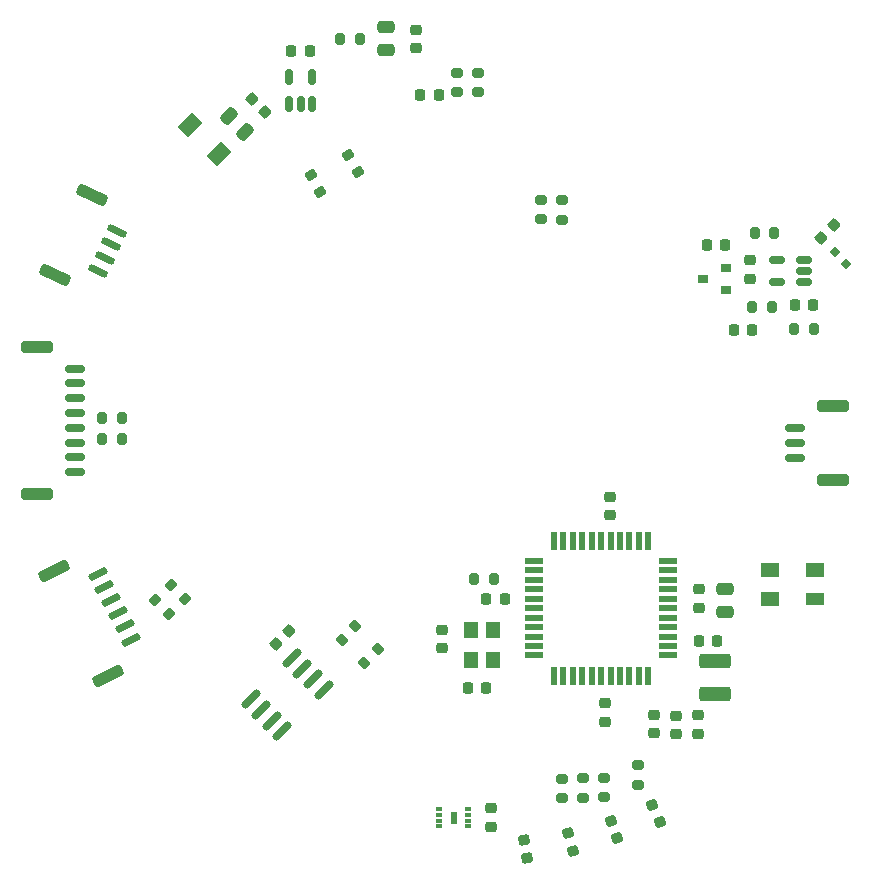
<source format=gbr>
%TF.GenerationSoftware,KiCad,Pcbnew,6.0.4-6f826c9f35~116~ubuntu20.04.1*%
%TF.CreationDate,2023-02-08T16:25:57+00:00*%
%TF.ProjectId,USTTHUNDERMILLPCB01,55535454-4855-44e4-9445-524d494c4c50,rev?*%
%TF.SameCoordinates,Original*%
%TF.FileFunction,Paste,Top*%
%TF.FilePolarity,Positive*%
%FSLAX46Y46*%
G04 Gerber Fmt 4.6, Leading zero omitted, Abs format (unit mm)*
G04 Created by KiCad (PCBNEW 6.0.4-6f826c9f35~116~ubuntu20.04.1) date 2023-02-08 16:25:57*
%MOMM*%
%LPD*%
G01*
G04 APERTURE LIST*
G04 Aperture macros list*
%AMRoundRect*
0 Rectangle with rounded corners*
0 $1 Rounding radius*
0 $2 $3 $4 $5 $6 $7 $8 $9 X,Y pos of 4 corners*
0 Add a 4 corners polygon primitive as box body*
4,1,4,$2,$3,$4,$5,$6,$7,$8,$9,$2,$3,0*
0 Add four circle primitives for the rounded corners*
1,1,$1+$1,$2,$3*
1,1,$1+$1,$4,$5*
1,1,$1+$1,$6,$7*
1,1,$1+$1,$8,$9*
0 Add four rect primitives between the rounded corners*
20,1,$1+$1,$2,$3,$4,$5,0*
20,1,$1+$1,$4,$5,$6,$7,0*
20,1,$1+$1,$6,$7,$8,$9,0*
20,1,$1+$1,$8,$9,$2,$3,0*%
%AMRotRect*
0 Rectangle, with rotation*
0 The origin of the aperture is its center*
0 $1 length*
0 $2 width*
0 $3 Rotation angle, in degrees counterclockwise*
0 Add horizontal line*
21,1,$1,$2,0,0,$3*%
G04 Aperture macros list end*
%ADD10RoundRect,0.200000X0.275000X-0.200000X0.275000X0.200000X-0.275000X0.200000X-0.275000X-0.200000X0*%
%ADD11RoundRect,0.200000X0.335876X0.053033X0.053033X0.335876X-0.335876X-0.053033X-0.053033X-0.335876X0*%
%ADD12RoundRect,0.225000X-0.250000X0.225000X-0.250000X-0.225000X0.250000X-0.225000X0.250000X0.225000X0*%
%ADD13RoundRect,0.250000X0.512652X0.159099X0.159099X0.512652X-0.512652X-0.159099X-0.159099X-0.512652X0*%
%ADD14RoundRect,0.218750X0.304135X-0.144974X0.190902X0.277619X-0.304135X0.144974X-0.190902X-0.277619X0*%
%ADD15RoundRect,0.200000X-0.275000X0.200000X-0.275000X-0.200000X0.275000X-0.200000X0.275000X0.200000X0*%
%ADD16RoundRect,0.218750X0.324689X-0.089959X0.139794X0.306551X-0.324689X0.089959X-0.139794X-0.306551X0*%
%ADD17RoundRect,0.200000X-0.200000X-0.275000X0.200000X-0.275000X0.200000X0.275000X-0.200000X0.275000X0*%
%ADD18RoundRect,0.218750X0.290343X-0.170929X0.214371X0.259924X-0.290343X0.170929X-0.214371X-0.259924X0*%
%ADD19RoundRect,0.200000X-0.338157X0.035705X-0.138157X-0.310705X0.338157X-0.035705X0.138157X0.310705X0*%
%ADD20RoundRect,0.225000X0.250000X-0.225000X0.250000X0.225000X-0.250000X0.225000X-0.250000X-0.225000X0*%
%ADD21RoundRect,0.250000X0.475000X-0.250000X0.475000X0.250000X-0.475000X0.250000X-0.475000X-0.250000X0*%
%ADD22RoundRect,0.250000X-0.475000X0.250000X-0.475000X-0.250000X0.475000X-0.250000X0.475000X0.250000X0*%
%ADD23RoundRect,0.150000X-0.477297X-0.689429X0.689429X0.477297X0.477297X0.689429X-0.689429X-0.477297X0*%
%ADD24RoundRect,0.150000X-0.571023X0.431779X-0.697808X0.159887X0.571023X-0.431779X0.697808X-0.159887X0*%
%ADD25RoundRect,0.250000X-0.891284X0.691457X-1.102593X0.238303X0.891284X-0.691457X1.102593X-0.238303X0*%
%ADD26RoundRect,0.225000X0.225000X0.250000X-0.225000X0.250000X-0.225000X-0.250000X0.225000X-0.250000X0*%
%ADD27RotRect,1.300000X1.700000X135.000000*%
%ADD28RoundRect,0.250000X1.075000X-0.375000X1.075000X0.375000X-1.075000X0.375000X-1.075000X-0.375000X0*%
%ADD29RoundRect,0.225000X-0.225000X-0.250000X0.225000X-0.250000X0.225000X0.250000X-0.225000X0.250000X0*%
%ADD30RoundRect,0.200000X0.200000X0.275000X-0.200000X0.275000X-0.200000X-0.275000X0.200000X-0.275000X0*%
%ADD31RoundRect,0.150000X0.150000X-0.512500X0.150000X0.512500X-0.150000X0.512500X-0.150000X-0.512500X0*%
%ADD32R,0.900000X0.800000*%
%ADD33R,1.550000X1.150000*%
%ADD34R,1.550000X1.050000*%
%ADD35R,1.500000X0.550000*%
%ADD36R,0.550000X1.500000*%
%ADD37RotRect,0.600000X0.700000X135.000000*%
%ADD38RoundRect,0.200000X-0.053033X0.335876X-0.335876X0.053033X0.053033X-0.335876X0.335876X-0.053033X0*%
%ADD39RoundRect,0.150000X-0.691803X-0.184142X-0.555606X-0.451444X0.691803X0.184142X0.555606X0.451444X0*%
%ADD40RoundRect,0.250000X-1.093605X-0.276638X-0.866610X-0.722141X1.093605X0.276638X0.866610X0.722141X0*%
%ADD41RoundRect,0.150000X0.512500X0.150000X-0.512500X0.150000X-0.512500X-0.150000X0.512500X-0.150000X0*%
%ADD42R,1.200000X1.400000*%
%ADD43RoundRect,0.150000X0.700000X-0.150000X0.700000X0.150000X-0.700000X0.150000X-0.700000X-0.150000X0*%
%ADD44RoundRect,0.250000X1.100000X-0.250000X1.100000X0.250000X-1.100000X0.250000X-1.100000X-0.250000X0*%
%ADD45RoundRect,0.225000X-0.017678X0.335876X-0.335876X0.017678X0.017678X-0.335876X0.335876X-0.017678X0*%
%ADD46RoundRect,0.225000X0.017678X-0.335876X0.335876X-0.017678X-0.017678X0.335876X-0.335876X0.017678X0*%
%ADD47RoundRect,0.225000X0.335876X0.017678X0.017678X0.335876X-0.335876X-0.017678X-0.017678X-0.335876X0*%
%ADD48R,0.600000X0.300000*%
%ADD49R,0.600000X1.020000*%
%ADD50RoundRect,0.150000X-0.700000X0.150000X-0.700000X-0.150000X0.700000X-0.150000X0.700000X0.150000X0*%
%ADD51RoundRect,0.250000X-1.100000X0.250000X-1.100000X-0.250000X1.100000X-0.250000X1.100000X0.250000X0*%
%ADD52RoundRect,0.218750X0.315613X-0.117915X0.165979X0.293200X-0.315613X0.117915X-0.165979X-0.293200X0*%
G04 APERTURE END LIST*
D10*
%TO.C,R5*%
X8884000Y-31695400D03*
X8884000Y-30045400D03*
%TD*%
D11*
%TO.C,R16*%
X-24771000Y-14815000D03*
X-25937726Y-13648274D03*
%TD*%
D12*
%TO.C,C14*%
X18640800Y-24695000D03*
X18640800Y-26245000D03*
%TD*%
D13*
%TO.C,C6*%
X-19691000Y24682000D03*
X-21034502Y26025502D03*
%TD*%
D14*
%TO.C,D3*%
X8071820Y-36149667D03*
X7664180Y-34628333D03*
%TD*%
D10*
%TO.C,R21*%
X13583000Y-30562000D03*
X13583000Y-28912000D03*
%TD*%
D15*
%TO.C,R9*%
X5356797Y18943999D03*
X5356797Y17293999D03*
%TD*%
D16*
%TO.C,D6*%
X15439812Y-33689717D03*
X14774188Y-32262283D03*
%TD*%
D17*
%TO.C,R3*%
X26810200Y7979600D03*
X28460200Y7979600D03*
%TD*%
%TO.C,R1*%
X23445200Y16107600D03*
X25095200Y16107600D03*
%TD*%
D18*
%TO.C,D4*%
X4194748Y-36799536D03*
X3921252Y-35248464D03*
%TD*%
D19*
%TO.C,R8*%
X-14134500Y21078471D03*
X-13309500Y19649529D03*
%TD*%
D20*
%TO.C,C10*%
X-5213000Y31768000D03*
X-5213000Y33318000D03*
%TD*%
D21*
%TO.C,C9*%
X-7753000Y31672000D03*
X-7753000Y33572000D03*
%TD*%
D22*
%TO.C,C21*%
X20900800Y-14040000D03*
X20900800Y-15940000D03*
%TD*%
D23*
%TO.C,U9*%
X-19232128Y-23346051D03*
X-18334102Y-24244076D03*
X-17436076Y-25142102D03*
X-16538051Y-26040128D03*
X-13037872Y-22539949D03*
X-13935898Y-21641924D03*
X-14833924Y-20743898D03*
X-15731949Y-19845872D03*
%TD*%
D15*
%TO.C,R7*%
X-6000Y29698000D03*
X-6000Y28048000D03*
%TD*%
D24*
%TO.C,J1*%
X-30530921Y16317483D03*
X-31059194Y15184599D03*
X-31587467Y14051714D03*
X-32115740Y12918829D03*
D25*
X-35797769Y12594538D03*
X-32649262Y19346531D03*
%TD*%
D20*
%TO.C,C19*%
X11220000Y-7775000D03*
X11220000Y-6225000D03*
%TD*%
D26*
%TO.C,C17*%
X725000Y-22420000D03*
X-825000Y-22420000D03*
%TD*%
D27*
%TO.C,D2*%
X-21882563Y22809563D03*
X-24357437Y25284437D03*
%TD*%
D12*
%TO.C,C15*%
X-3010000Y-17435000D03*
X-3010000Y-18985000D03*
%TD*%
D28*
%TO.C,L1*%
X20130800Y-22880000D03*
X20130800Y-20080000D03*
%TD*%
D29*
%TO.C,C8*%
X-15780000Y31540000D03*
X-14230000Y31540000D03*
%TD*%
D30*
%TO.C,R19*%
X-30125000Y500000D03*
X-31775000Y500000D03*
%TD*%
D31*
%TO.C,U3*%
X-15942000Y27100500D03*
X-14992000Y27100500D03*
X-14042000Y27100500D03*
X-14042000Y29375500D03*
X-15942000Y29375500D03*
%TD*%
D32*
%TO.C,U1*%
X21060000Y11286000D03*
X21060000Y13186000D03*
X19060000Y12236000D03*
%TD*%
D19*
%TO.C,R10*%
X-10959500Y22729471D03*
X-10134500Y21300529D03*
%TD*%
D12*
%TO.C,C18*%
X10789000Y-23692000D03*
X10789000Y-25242000D03*
%TD*%
D33*
%TO.C,SW1*%
X28570000Y-12420000D03*
X24770000Y-12420000D03*
X24770000Y-14820000D03*
D34*
X28570000Y-14820000D03*
%TD*%
D35*
%TO.C,U8*%
X4750800Y-11630000D03*
X4750800Y-12430000D03*
X4750800Y-13230000D03*
X4750800Y-14030000D03*
X4750800Y-14830000D03*
X4750800Y-15630000D03*
X4750800Y-16430000D03*
X4750800Y-17230000D03*
X4750800Y-18030000D03*
X4750800Y-18830000D03*
X4750800Y-19630000D03*
D36*
X6450800Y-21330000D03*
X7250800Y-21330000D03*
X8050800Y-21330000D03*
X8850800Y-21330000D03*
X9650800Y-21330000D03*
X10450800Y-21330000D03*
X11250800Y-21330000D03*
X12050800Y-21330000D03*
X12850800Y-21330000D03*
X13650800Y-21330000D03*
X14450800Y-21330000D03*
D35*
X16150800Y-19630000D03*
X16150800Y-18830000D03*
X16150800Y-18030000D03*
X16150800Y-17230000D03*
X16150800Y-16430000D03*
X16150800Y-15630000D03*
X16150800Y-14830000D03*
X16150800Y-14030000D03*
X16150800Y-13230000D03*
X16150800Y-12430000D03*
X16150800Y-11630000D03*
D36*
X14450800Y-9930000D03*
X13650800Y-9930000D03*
X12850800Y-9930000D03*
X12050800Y-9930000D03*
X11250800Y-9930000D03*
X10450800Y-9930000D03*
X9650800Y-9930000D03*
X8850800Y-9930000D03*
X8050800Y-9930000D03*
X7250800Y-9930000D03*
X6450800Y-9930000D03*
%TD*%
D37*
%TO.C,D1*%
X30233025Y14508975D03*
X31222975Y13519025D03*
%TD*%
D29*
%TO.C,C4*%
X26860200Y10011600D03*
X28410200Y10011600D03*
%TD*%
D38*
%TO.C,R13*%
X-10344637Y-17152637D03*
X-11511363Y-18319363D03*
%TD*%
D15*
%TO.C,R6*%
X-1784000Y29698000D03*
X-1784000Y28048000D03*
%TD*%
D26*
%TO.C,C16*%
X20270800Y-18380000D03*
X18720800Y-18380000D03*
%TD*%
D29*
%TO.C,C3*%
X21698000Y7918000D03*
X23248000Y7918000D03*
%TD*%
D39*
%TO.C,J6*%
X-32161358Y-12714722D03*
X-31593870Y-13828480D03*
X-31026382Y-14942238D03*
X-30458894Y-16055997D03*
X-29891406Y-17169755D03*
X-29323918Y-18283513D03*
D40*
X-31335256Y-21384645D03*
X-35852462Y-12519130D03*
%TD*%
D38*
%TO.C,R12*%
X-8439637Y-19057637D03*
X-9606363Y-20224363D03*
%TD*%
D12*
%TO.C,C23*%
X18750800Y-14040000D03*
X18750800Y-15590000D03*
%TD*%
D41*
%TO.C,U2*%
X27629700Y11982600D03*
X27629700Y12932600D03*
X27629700Y13882600D03*
X25354700Y13882600D03*
X25354700Y11982600D03*
%TD*%
D42*
%TO.C,Y1*%
X-558400Y-17441400D03*
X-558400Y-20041400D03*
X1341600Y-20041400D03*
X1341600Y-17441400D03*
%TD*%
D26*
%TO.C,C22*%
X-3308000Y27857000D03*
X-4858000Y27857000D03*
%TD*%
D43*
%TO.C,J2*%
X26846000Y-2882400D03*
X26846000Y-1632400D03*
X26846000Y-382400D03*
D44*
X30046000Y1467600D03*
X30046000Y-4732400D03*
%TD*%
D17*
%TO.C,R2*%
X23254200Y9884600D03*
X24904200Y9884600D03*
%TD*%
D26*
%TO.C,C1*%
X20962000Y15157000D03*
X19412000Y15157000D03*
%TD*%
D15*
%TO.C,R11*%
X7156800Y18919000D03*
X7156800Y17269000D03*
%TD*%
D10*
%TO.C,R18*%
X10662000Y-31642000D03*
X10662000Y-29992000D03*
%TD*%
D12*
%TO.C,C5*%
X23063200Y13821600D03*
X23063200Y12271600D03*
%TD*%
D26*
%TO.C,C20*%
X2285000Y-14870000D03*
X735000Y-14870000D03*
%TD*%
D20*
%TO.C,C11*%
X1137000Y-34132000D03*
X1137000Y-32582000D03*
%TD*%
D45*
%TO.C,C2*%
X30133008Y16848008D03*
X29036992Y15751992D03*
%TD*%
D12*
%TO.C,C13*%
X16760800Y-24725000D03*
X16760800Y-26275000D03*
%TD*%
D11*
%TO.C,R17*%
X-26144274Y-16108726D03*
X-27311000Y-14942000D03*
%TD*%
D30*
%TO.C,R20*%
X-30125000Y-1300000D03*
X-31775000Y-1300000D03*
%TD*%
%TO.C,R14*%
X1365000Y-13170000D03*
X-285000Y-13170000D03*
%TD*%
D46*
%TO.C,C24*%
X-17064008Y-18665008D03*
X-15967992Y-17568992D03*
%TD*%
D10*
%TO.C,R15*%
X7106000Y-31705000D03*
X7106000Y-30055000D03*
%TD*%
D47*
%TO.C,C7*%
X-17999992Y26419992D03*
X-19096008Y27516008D03*
%TD*%
D30*
%TO.C,R4*%
X-9976000Y32556000D03*
X-11626000Y32556000D03*
%TD*%
D48*
%TO.C,U7*%
X-3238000Y-32607000D03*
X-3238000Y-33107000D03*
X-3238000Y-33607000D03*
X-3238000Y-34107000D03*
X-838000Y-34107000D03*
X-838000Y-33607000D03*
X-838000Y-33107000D03*
X-838000Y-32607000D03*
D49*
X-2038000Y-33357000D03*
%TD*%
D12*
%TO.C,C12*%
X14960000Y-24685000D03*
X14960000Y-26235000D03*
%TD*%
D50*
%TO.C,J5*%
X-34131516Y4651871D03*
X-34131516Y3401871D03*
X-34131516Y2151871D03*
X-34131516Y901871D03*
X-34131516Y-348129D03*
X-34131516Y-1598129D03*
X-34131516Y-2848129D03*
X-34131516Y-4098129D03*
D51*
X-37331516Y-5948129D03*
X-37331516Y6501871D03*
%TD*%
D52*
%TO.C,D5*%
X11820341Y-35113008D03*
X11281659Y-33632992D03*
%TD*%
M02*

</source>
